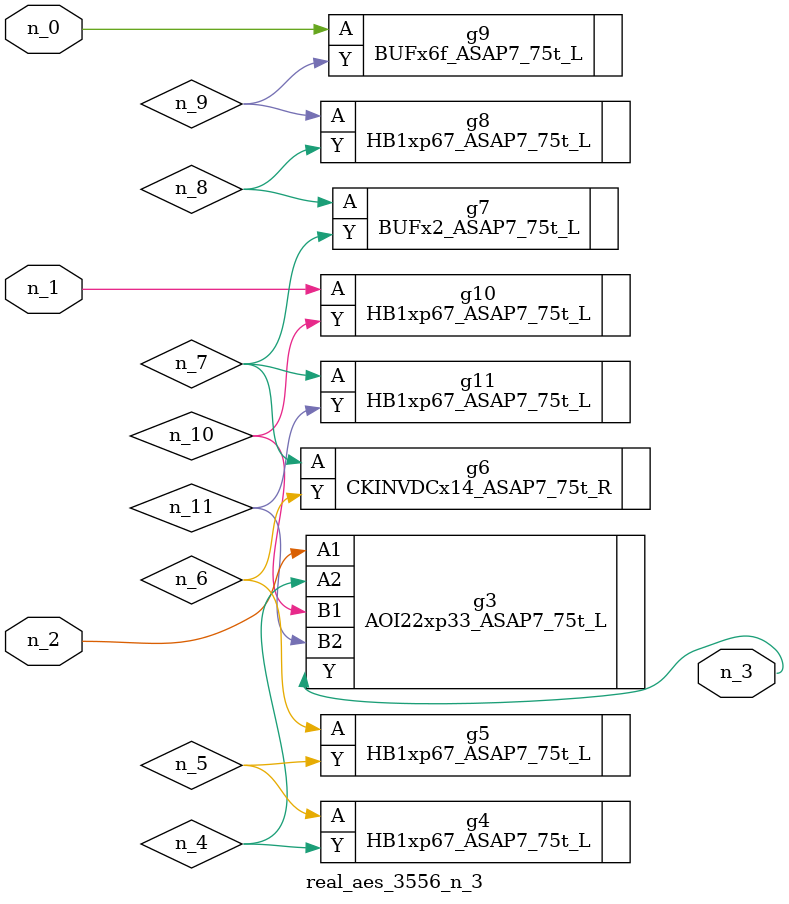
<source format=v>
module real_aes_3556_n_3 (n_0, n_2, n_1, n_3);
input n_0;
input n_2;
input n_1;
output n_3;
wire n_4;
wire n_5;
wire n_7;
wire n_8;
wire n_6;
wire n_9;
wire n_10;
wire n_11;
BUFx6f_ASAP7_75t_L g9 ( .A(n_0), .Y(n_9) );
HB1xp67_ASAP7_75t_L g10 ( .A(n_1), .Y(n_10) );
AOI22xp33_ASAP7_75t_L g3 ( .A1(n_2), .A2(n_4), .B1(n_10), .B2(n_11), .Y(n_3) );
HB1xp67_ASAP7_75t_L g4 ( .A(n_5), .Y(n_4) );
HB1xp67_ASAP7_75t_L g5 ( .A(n_6), .Y(n_5) );
CKINVDCx14_ASAP7_75t_R g6 ( .A(n_7), .Y(n_6) );
HB1xp67_ASAP7_75t_L g11 ( .A(n_7), .Y(n_11) );
BUFx2_ASAP7_75t_L g7 ( .A(n_8), .Y(n_7) );
HB1xp67_ASAP7_75t_L g8 ( .A(n_9), .Y(n_8) );
endmodule
</source>
